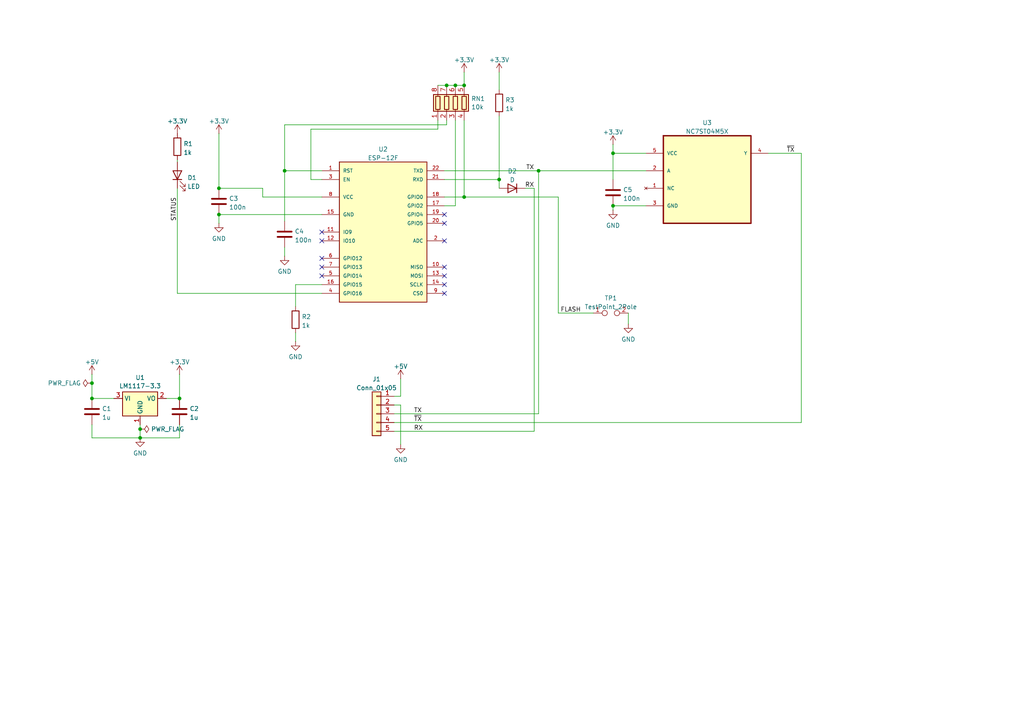
<source format=kicad_sch>
(kicad_sch (version 20250114) (generator "eeschema") (generator_version "9.0")
  (paper "A4")
  (lib_symbols
    (symbol "Connector:TestPoint_2Pole" (pin_names (offset 0.762) (hide yes))
      (property "Reference" "TP" (at 0 1.524 0))
      (property "Value" "TestPoint_2Pole" (at 0 -1.778 0))
      (symbol "TestPoint_2Pole_0_1"
        (circle (center -1.778 0) (radius 0.762))
        (circle (center 1.778 0) (radius 0.762))
        (pin passive line (at -5.08 0 0) (length 2.54) (name "1") (number "1"))
        (pin passive line (at 5.08 0 180) (length 2.54) (name "2") (number "2"))
      )
    )
    (symbol "Connector_Generic:Conn_01x05" (pin_names (offset 1.016) (hide yes))
      (property "Reference" "J" (at 0 7.62 0))
      (property "Value" "Conn_01x05" (at 0 -7.62 0))
      (symbol "Conn_01x05_1_1"
        (rectangle (start -1.27 6.35) (end 1.27 -6.35) (stroke (width 0.254)) (fill (type background)))
        (rectangle (start -1.27 5.207) (end 0 4.953) (stroke (width 0.1524)))
        (rectangle (start -1.27 2.667) (end 0 2.413) (stroke (width 0.1524)))
        (rectangle (start -1.27 0.127) (end 0 -0.127) (stroke (width 0.1524)))
        (rectangle (start -1.27 -2.413) (end 0 -2.667) (stroke (width 0.1524)))
        (rectangle (start -1.27 -4.953) (end 0 -5.207) (stroke (width 0.1524)))
        (pin passive line (at -5.08 5.08 0) (length 3.81) (name "Pin_1") (number "1"))
        (pin passive line (at -5.08 2.54 0) (length 3.81) (name "Pin_2") (number "2"))
        (pin passive line (at -5.08 0 0) (length 3.81) (name "Pin_3") (number "3"))
        (pin passive line (at -5.08 -2.54 0) (length 3.81) (name "Pin_4") (number "4"))
        (pin passive line (at -5.08 -5.08 0) (length 3.81) (name "Pin_5") (number "5"))
      )
    )
    (symbol "Device:C" (pin_numbers (hide yes)) (pin_names (offset 0.254))
      (property "Reference" "C" (at 0.635 2.54 0))
      (property "Value" "C" (at 0.635 -2.54 0))
      (symbol "C_0_1"
        (polyline (pts (xy -2.032 0.762) (xy 2.032 0.762)) (stroke (width 0.508)))
        (polyline (pts (xy -2.032 -0.762) (xy 2.032 -0.762)) (stroke (width 0.508)))
      )
      (symbol "C_1_1"
        (pin passive line (at 0 3.81 270) (length 2.794) (name "~") (number "1"))
        (pin passive line (at 0 -3.81 90) (length 2.794) (name "~") (number "2"))
      )
    )
    (symbol "Device:D" (pin_numbers (hide yes)) (pin_names (offset 1.016) (hide yes))
      (property "Reference" "D" (at 0 2.54 0))
      (property "Value" "D" (at 0 -2.54 0))
      (symbol "D_0_1"
        (polyline (pts (xy -1.27 1.27) (xy -1.27 -1.27)) (stroke (width 0.254)))
        (polyline (pts (xy 1.27 1.27) (xy 1.27 -1.27) (xy -1.27 0) (xy 1.27 1.27)) (stroke (width 0.254)))
        (polyline (pts (xy 1.27 0) (xy -1.27 0)))
      )
      (symbol "D_1_1"
        (pin passive line (at -3.81 0 0) (length 2.54) (name "K") (number "1"))
        (pin passive line (at 3.81 0 180) (length 2.54) (name "A") (number "2"))
      )
    )
    (symbol "Device:LED" (pin_numbers (hide yes)) (pin_names (offset 1.016) (hide yes))
      (property "Reference" "D" (at 0 2.54 0))
      (property "Value" "LED" (at 0 -2.54 0))
      (symbol "LED_0_1"
        (polyline (pts (xy -3.048 -0.762) (xy -4.572 -2.286) (xy -3.81 -2.286) (xy -4.572 -2.286) (xy -4.572 -1.524)))
        (polyline (pts (xy -1.778 -0.762) (xy -3.302 -2.286) (xy -2.54 -2.286) (xy -3.302 -2.286) (xy -3.302 -1.524)))
        (polyline (pts (xy -1.27 0) (xy 1.27 0)))
        (polyline (pts (xy -1.27 -1.27) (xy -1.27 1.27)) (stroke (width 0.254)))
        (polyline (pts (xy 1.27 -1.27) (xy 1.27 1.27) (xy -1.27 0) (xy 1.27 -1.27)) (stroke (width 0.254)))
      )
      (symbol "LED_1_1"
        (pin passive line (at -3.81 0 0) (length 2.54) (name "K") (number "1"))
        (pin passive line (at 3.81 0 180) (length 2.54) (name "A") (number "2"))
      )
    )
    (symbol "Device:R" (pin_numbers (hide yes)) (pin_names (offset 0))
      (property "Reference" "R" (at 2.032 0 90))
      (property "Value" "R" (at 0 0 90))
      (symbol "R_0_1"
        (rectangle (start -1.016 -2.54) (end 1.016 2.54) (stroke (width 0.254)))
      )
      (symbol "R_1_1"
        (pin passive line (at 0 3.81 270) (length 1.27) (name "~") (number "1"))
        (pin passive line (at 0 -3.81 90) (length 1.27) (name "~") (number "2"))
      )
    )
    (symbol "Device:R_Pack04" (pin_names (offset 0) (hide yes))
      (property "Reference" "RN" (at -7.62 0 90))
      (property "Value" "R_Pack04" (at 5.08 0 90))
      (symbol "R_Pack04_0_1"
        (rectangle (start -6.35 -2.413) (end 3.81 2.413) (stroke (width 0.254)) (fill (type background)))
        (rectangle (start -5.715 1.905) (end -4.445 -1.905) (stroke (width 0.254)))
        (polyline (pts (xy -5.08 1.905) (xy -5.08 2.54)))
        (polyline (pts (xy -5.08 -2.54) (xy -5.08 -1.905)))
        (rectangle (start -3.175 1.905) (end -1.905 -1.905) (stroke (width 0.254)))
        (polyline (pts (xy -2.54 1.905) (xy -2.54 2.54)))
        (polyline (pts (xy -2.54 -2.54) (xy -2.54 -1.905)))
        (rectangle (start -0.635 1.905) (end 0.635 -1.905) (stroke (width 0.254)))
        (polyline (pts (xy 0 1.905) (xy 0 2.54)))
        (polyline (pts (xy 0 -2.54) (xy 0 -1.905)))
        (rectangle (start 1.905 1.905) (end 3.175 -1.905) (stroke (width 0.254)))
        (polyline (pts (xy 2.54 1.905) (xy 2.54 2.54)))
        (polyline (pts (xy 2.54 -2.54) (xy 2.54 -1.905)))
      )
      (symbol "R_Pack04_1_1"
        (pin passive line (at -5.08 5.08 270) (length 2.54) (name "R1.2") (number "8"))
        (pin passive line (at -5.08 -5.08 90) (length 2.54) (name "R1.1") (number "1"))
        (pin passive line (at -2.54 5.08 270) (length 2.54) (name "R2.2") (number "7"))
        (pin passive line (at -2.54 -5.08 90) (length 2.54) (name "R2.1") (number "2"))
        (pin passive line (at 0 5.08 270) (length 2.54) (name "R3.2") (number "6"))
        (pin passive line (at 0 -5.08 90) (length 2.54) (name "R3.1") (number "3"))
        (pin passive line (at 2.54 5.08 270) (length 2.54) (name "R4.2") (number "5"))
        (pin passive line (at 2.54 -5.08 90) (length 2.54) (name "R4.1") (number "4"))
      )
    )
    (symbol "ESP-12F:ESP-12F" (pin_names (offset 1.016))
      (property "Reference" "U" (at -12.7254 22.9057 0))
      (property "Value" "ESP-12F" (at -12.7237 -22.9026 0))
      (symbol "ESP-12F_0_0"
        (rectangle (start -12.7 -20.32) (end 12.7 20.32) (stroke (width 0.254)) (fill (type background)))
        (pin bidirectional line (at -17.78 17.78 0) (length 5.08) (name "RST") (number "1"))
        (pin bidirectional line (at -17.78 15.24 0) (length 5.08) (name "EN") (number "3"))
        (pin bidirectional line (at -17.78 0 0) (length 5.08) (name "IO9") (number "11"))
        (pin bidirectional line (at -17.78 -2.54 0) (length 5.08) (name "IO10") (number "12"))
        (pin bidirectional line (at -17.78 -7.62 0) (length 5.08) (name "GPIO12") (number "6"))
        (pin bidirectional line (at -17.78 -10.16 0) (length 5.08) (name "GPIO13") (number "7"))
        (pin bidirectional line (at -17.78 -12.7 0) (length 5.08) (name "GPIO14") (number "5"))
        (pin bidirectional line (at -17.78 -15.24 0) (length 5.08) (name "GPIO15") (number "16"))
        (pin bidirectional line (at -17.78 -17.78 0) (length 5.08) (name "GPIO16") (number "4"))
        (pin bidirectional line (at 17.78 17.78 180) (length 5.08) (name "TXD") (number "22"))
        (pin bidirectional line (at 17.78 15.24 180) (length 5.08) (name "RXD") (number "21"))
        (pin bidirectional line (at 17.78 10.16 180) (length 5.08) (name "GPIO0") (number "18"))
        (pin bidirectional line (at 17.78 7.62 180) (length 5.08) (name "GPIO2") (number "17"))
        (pin bidirectional line (at 17.78 5.08 180) (length 5.08) (name "GPIO4") (number "19"))
        (pin bidirectional line (at 17.78 2.54 180) (length 5.08) (name "GPIO5") (number "20"))
        (pin bidirectional line (at 17.78 -2.54 180) (length 5.08) (name "ADC") (number "2"))
        (pin bidirectional line (at 17.78 -10.16 180) (length 5.08) (name "MISO") (number "10"))
        (pin bidirectional line (at 17.78 -12.7 180) (length 5.08) (name "MOSI") (number "13"))
        (pin bidirectional line (at 17.78 -15.24 180) (length 5.08) (name "SCLK") (number "14"))
        (pin bidirectional line (at 17.78 -17.78 180) (length 5.08) (name "CS0") (number "9"))
      )
      (symbol "ESP-12F_1_0"
        (pin power_in line (at -17.78 10.16 0) (length 5.08) (name "VCC") (number "8"))
        (pin power_in line (at -17.78 5.08 0) (length 5.08) (name "GND") (number "15"))
      )
    )
    (symbol "NC7ST04M5X:NC7ST04M5X" (pin_names (offset 1.016))
      (property "Reference" "U" (at -5.2876 12.4563 0))
      (property "Value" "NC7ST04M5X" (at -4.3196 -19.3366 0))
      (symbol "NC7ST04M5X_0_0"
        (rectangle (start -12.7 -15.24) (end 12.7 10.16) (stroke (width 0.4064)) (fill (type background)))
        (pin power_in line (at -17.78 5.08 0) (length 5.08) (name "VCC") (number "5"))
        (pin input line (at -17.78 0 0) (length 5.08) (name "A") (number "2"))
        (pin no_connect line (at -17.78 -5.08 0) (length 5.08) (name "NC") (number "1"))
        (pin passive line (at -17.78 -10.16 0) (length 5.08) (name "GND") (number "3"))
        (pin output line (at 17.78 5.08 180) (length 5.08) (name "Y") (number "4"))
      )
    )
    (symbol "Regulator_Linear:AMS1117-3.3"
      (property "Reference" "U" (at -3.81 3.175 0))
      (property "Value" "AMS1117-3.3" (at 0 3.175 0))
      (symbol "AMS1117-3.3_0_1"
        (rectangle (start -5.08 -5.08) (end 5.08 1.905) (stroke (width 0.254)) (fill (type background)))
      )
      (symbol "AMS1117-3.3_1_1"
        (pin power_in line (at -7.62 0 0) (length 2.54) (name "VI") (number "3"))
        (pin power_in line (at 0 -7.62 90) (length 2.54) (name "GND") (number "1"))
        (pin power_out line (at 7.62 0 180) (length 2.54) (name "VO") (number "2"))
      )
    )
    (symbol "power:+3.3V" (power) (pin_numbers (hide yes)) (pin_names (offset 0) (hide yes))
      (property "Value" "+3.3V" (at 0 3.556 0))
      (symbol "+3.3V_0_1"
        (polyline (pts (xy -0.762 1.27) (xy 0 2.54)))
        (polyline (pts (xy 0 2.54) (xy 0.762 1.27)))
        (polyline (pts (xy 0 0) (xy 0 2.54)))
      )
      (symbol "+3.3V_1_1"
        (pin power_in line (at 0 0 90) (length 0) (name "~") (number "1"))
      )
    )
    (symbol "power:+5V" (power) (pin_numbers (hide yes)) (pin_names (offset 0) (hide yes))
      (property "Value" "+5V" (at 0 3.556 0))
      (symbol "+5V_0_1"
        (polyline (pts (xy -0.762 1.27) (xy 0 2.54)))
        (polyline (pts (xy 0 2.54) (xy 0.762 1.27)))
        (polyline (pts (xy 0 0) (xy 0 2.54)))
      )
      (symbol "+5V_1_1"
        (pin power_in line (at 0 0 90) (length 0) (name "~") (number "1"))
      )
    )
    (symbol "power:GND" (power) (pin_numbers (hide yes)) (pin_names (offset 0) (hide yes))
      (property "Value" "GND" (at 0 -3.81 0))
      (symbol "GND_0_1"
        (polyline (pts (xy 0 0) (xy 0 -1.27) (xy 1.27 -1.27) (xy 0 -2.54) (xy -1.27 -1.27) (xy 0 -1.27)))
      )
      (symbol "GND_1_1"
        (pin power_in line (at 0 0 270) (length 0) (name "~") (number "1"))
      )
    )
    (symbol "power:PWR_FLAG" (power) (pin_numbers (hide yes)) (pin_names (offset 0) (hide yes))
      (property "Value" "PWR_FLAG" (at 0 3.81 0))
      (symbol "PWR_FLAG_0_0"
        (pin power_out line (at 0 0 90) (length 0) (name "~") (number "1"))
      )
      (symbol "PWR_FLAG_0_1"
        (polyline (pts (xy 0 0) (xy 0 1.27) (xy -1.016 1.905) (xy 0 2.54) (xy 1.016 1.905) (xy 0 1.27)))
      )
    )
  )
  (junction (at 156.21 49.53))
  (junction (at 134.62 57.15))
  (junction (at 63.5 62.23))
  (junction (at 134.62 24.765))
  (junction (at 177.8 44.45))
  (junction (at 82.55 49.53))
  (junction (at 52.07 115.57))
  (junction (at 132.08 24.765))
  (junction (at 26.67 111.125))
  (junction (at 63.5 54.61))
  (junction (at 177.8 59.69))
  (junction (at 26.67 115.57))
  (junction (at 40.64 124.46))
  (junction (at 144.78 52.07))
  (junction (at 40.64 127))
  (junction (at 129.54 24.765))
  (no_connect (at 93.345 67.31))
  (no_connect (at 93.345 77.47))
  (no_connect (at 128.905 69.85))
  (no_connect (at 128.905 62.23))
  (no_connect (at 128.905 82.55))
  (no_connect (at 93.345 69.85))
  (no_connect (at 128.905 80.01))
  (no_connect (at 93.345 80.01))
  (no_connect (at 128.905 77.47))
  (no_connect (at 128.905 64.77))
  (no_connect (at 128.905 85.09))
  (no_connect (at 93.345 74.93))
  (wire (pts (xy 114.3 125.095) (xy 154.94 125.095)))
  (wire (pts (xy 51.435 54.61) (xy 51.435 85.09)))
  (wire (pts (xy 82.55 49.53) (xy 93.345 49.53)))
  (wire (pts (xy 232.41 122.555) (xy 232.41 44.45)))
  (wire (pts (xy 26.67 111.125) (xy 26.67 115.57)))
  (wire (pts (xy 85.725 96.52) (xy 85.725 99.06)))
  (wire (pts (xy 82.55 36.195) (xy 129.54 36.195)))
  (wire (pts (xy 156.21 120.015) (xy 156.21 49.53)))
  (wire (pts (xy 114.3 114.935) (xy 116.205 114.935)))
  (wire (pts (xy 26.67 108.585) (xy 26.67 111.125)))
  (wire (pts (xy 177.8 59.69) (xy 177.8 60.96)))
  (wire (pts (xy 134.62 20.955) (xy 134.62 24.765)))
  (wire (pts (xy 156.21 49.53) (xy 187.325 49.53)))
  (wire (pts (xy 90.17 37.465) (xy 127 37.465)))
  (wire (pts (xy 90.17 52.07) (xy 93.345 52.07)))
  (wire (pts (xy 182.245 90.805) (xy 182.245 93.98)))
  (wire (pts (xy 52.07 127) (xy 52.07 123.19)))
  (wire (pts (xy 127 34.925) (xy 127 37.465)))
  (wire (pts (xy 144.78 52.07) (xy 144.78 54.61)))
  (wire (pts (xy 93.345 82.55) (xy 85.725 82.55)))
  (wire (pts (xy 63.5 62.23) (xy 63.5 64.77)))
  (wire (pts (xy 85.725 82.55) (xy 85.725 88.9)))
  (wire (pts (xy 82.55 71.755) (xy 82.55 74.295)))
  (wire (pts (xy 154.94 125.095) (xy 154.94 54.61)))
  (wire (pts (xy 177.8 52.07) (xy 177.8 44.45)))
  (wire (pts (xy 114.3 120.015) (xy 156.21 120.015)))
  (wire (pts (xy 40.64 123.19) (xy 40.64 124.46)))
  (wire (pts (xy 134.62 57.15) (xy 161.925 57.15)))
  (wire (pts (xy 51.435 85.09) (xy 93.345 85.09)))
  (wire (pts (xy 128.905 59.69) (xy 132.08 59.69)))
  (wire (pts (xy 177.8 41.91) (xy 177.8 44.45)))
  (wire (pts (xy 222.885 44.45) (xy 232.41 44.45)))
  (wire (pts (xy 90.17 37.465) (xy 90.17 52.07)))
  (wire (pts (xy 132.08 24.765) (xy 134.62 24.765)))
  (wire (pts (xy 76.2 57.15) (xy 93.345 57.15)))
  (wire (pts (xy 26.67 115.57) (xy 33.02 115.57)))
  (wire (pts (xy 144.78 33.655) (xy 144.78 52.07)))
  (wire (pts (xy 82.55 36.195) (xy 82.55 49.53)))
  (wire (pts (xy 76.2 54.61) (xy 76.2 57.15)))
  (wire (pts (xy 93.345 62.23) (xy 63.5 62.23)))
  (wire (pts (xy 40.64 127) (xy 52.07 127)))
  (wire (pts (xy 161.925 57.15) (xy 161.925 90.805)))
  (wire (pts (xy 26.67 127) (xy 26.67 123.19)))
  (wire (pts (xy 134.62 34.925) (xy 134.62 57.15)))
  (wire (pts (xy 129.54 34.925) (xy 129.54 36.195)))
  (wire (pts (xy 48.26 115.57) (xy 52.07 115.57)))
  (wire (pts (xy 127 24.765) (xy 129.54 24.765)))
  (wire (pts (xy 82.55 49.53) (xy 82.55 64.135)))
  (wire (pts (xy 129.54 24.765) (xy 132.08 24.765)))
  (wire (pts (xy 144.78 20.955) (xy 144.78 26.035)))
  (wire (pts (xy 152.4 54.61) (xy 154.94 54.61)))
  (wire (pts (xy 128.905 52.07) (xy 144.78 52.07)))
  (wire (pts (xy 114.3 122.555) (xy 232.41 122.555)))
  (wire (pts (xy 128.905 57.15) (xy 134.62 57.15)))
  (wire (pts (xy 116.205 117.475) (xy 116.205 128.905)))
  (wire (pts (xy 40.64 124.46) (xy 40.64 127)))
  (wire (pts (xy 63.5 54.61) (xy 76.2 54.61)))
  (wire (pts (xy 177.8 59.69) (xy 187.325 59.69)))
  (wire (pts (xy 161.925 90.805) (xy 172.085 90.805)))
  (wire (pts (xy 132.08 34.925) (xy 132.08 59.69)))
  (wire (pts (xy 114.3 117.475) (xy 116.205 117.475)))
  (wire (pts (xy 128.905 49.53) (xy 156.21 49.53)))
  (wire (pts (xy 40.64 127) (xy 26.67 127)))
  (wire (pts (xy 51.435 46.355) (xy 51.435 46.99)))
  (wire (pts (xy 52.07 108.585) (xy 52.07 115.57)))
  (wire (pts (xy 63.5 38.735) (xy 63.5 54.61)))
  (wire (pts (xy 116.205 109.855) (xy 116.205 114.935)))
  (wire (pts (xy 177.8 44.45) (xy 187.325 44.45)))
  (label "~{TX}" (at 230.505 44.45 180))
  (label "STATUS" (at 51.435 57.15 270))
  (label "TX" (at 154.94 49.53 180))
  (label "RX" (at 120.015 125.095 0))
  (label "FLASH" (at 162.56 90.805 0))
  (label "~{TX}" (at 120.015 122.555 0))
  (label "RX" (at 154.94 54.61 180))
  (label "TX" (at 120.015 120.015 0))
  (symbol (lib_id "power:GND") (at 40.64 127 0) (unit 1)
    (property "Reference" "#PWR02" (effects (hide yes)))
    (property "Value" "GND" (at 40.64 131.4434 0))
    (property "Description" "Power symbol creates a global label with name \"GND\" , ground" (effects (hide yes)))
  )
  (symbol (lib_id "power:+3.3V") (at 63.5 38.735 0) (unit 1)
    (property "Reference" "#PWR05" (effects (hide yes)))
    (property "Value" "+3.3V" (at 63.5 35.1592 0))
    (property "Description" "Power symbol creates a global label with name \"+3.3V\"" (effects (hide yes)))
  )
  (symbol (lib_id "NC7ST04M5X:NC7ST04M5X") (at 205.105 49.53 0) (unit 1)
    (property "Reference" "U3" (at 205.105 35.594 0))
    (property "Value" "NC7ST04M5X" (at 205.105 38.1309 0))
    (property "Footprint" "NC7ST04M5X:SOT95P280X145-5N" (effects (hide yes)))
    (property "Description" "\n                        \n                            Inverter IC 1 Channel - SOT-23-5\n                        \n" (effects (hide yes)))
    (property "MF" "ON Semiconductor" (effects (hide yes)))
    (property "PACKAGE" "SOT-23-5" (effects (hide yes)))
    (property "MPN" "NC7ST04M5X" (effects (hide yes)))
    (property "Price" "None" (effects (hide yes)))
    (property "Package" "SOT-23 Fairchild Semiconductor" (effects (hide yes)))
    (property "OC_FARNELL" "-" (effects (hide yes)))
    (property "SnapEDA_Link" "https://www.snapeda.com/parts/NC7ST04M5X/Onsemi/view-part/?ref=snap" (effects (hide yes)))
    (property "MP" "NC7ST04M5X" (effects (hide yes)))
    (property "SUPPLIER" "Fairchild" (effects (hide yes)))
    (property "OC_NEWARK" "38C7556" (effects (hide yes)))
    (property "Availability" "In Stock" (effects (hide yes)))
    (property "Check_prices" "https://www.snapeda.com/parts/NC7ST04M5X/Onsemi/view-part/?ref=eda" (effects (hide yes)))
    (property "Description_1" "Inverter IC 1 Channel - SOT-23-5" (effects (hide yes)))
  )
  (symbol (lib_id "Device:C") (at 82.55 67.945 0) (unit 1)
    (property "Reference" "C4" (at 85.471 67.1103 0) (effects (justify left)))
    (property "Value" "100n" (at 85.471 69.6472 0) (effects (justify left)))
    (property "Footprint" "Capacitor_SMD:C_0805_2012Metric" (effects (hide yes)))
    (property "Description" "Unpolarized capacitor" (effects (hide yes)))
  )
  (symbol (lib_id "Connector:TestPoint_2Pole") (at 177.165 90.805 0) (unit 1)
    (property "Reference" "TP1" (at 177.165 86.4702 0))
    (property "Value" "TestPoint_2Pole" (at 177.165 89.0071 0))
    (property "Footprint" "Jumper:SolderJumper-2_P1.3mm_Open_RoundedPad1.0x1.5mm" (effects (hide yes)))
    (property "Description" "2-polar test point" (effects (hide yes)))
  )
  (symbol (lib_id "Regulator_Linear:AMS1117-3.3") (at 40.64 115.57 0) (unit 1)
    (property "Reference" "U1" (at 40.64 109.5205 0))
    (property "Value" "LM1117-3.3" (at 40.64 111.9448 0))
    (property "Footprint" "Package_TO_SOT_SMD:SOT-223-3_TabPin2" (effects (hide yes)))
    (property "Datasheet" "http://www.advanced-monolithic.com/pdf/ds1117.pdf" (effects (hide yes)))
    (property "Description" "1A Low Dropout regulator, positive, 3.3V fixed output, SOT-223" (effects (hide yes)))
  )
  (symbol (lib_id "Device:R") (at 85.725 92.71 0) (unit 1)
    (property "Reference" "R2" (at 87.503 91.8753 0) (effects (justify left)))
    (property "Value" "1k" (at 87.503 94.4122 0) (effects (justify left)))
    (property "Footprint" "Resistor_SMD:R_0805_2012Metric" (effects (hide yes)))
    (property "Description" "Resistor" (effects (hide yes)))
  )
  (symbol (lib_id "power:+5V") (at 116.205 109.855 0) (unit 1)
    (property "Reference" "#PWR09" (effects (hide yes)))
    (property "Value" "+5V" (at 116.205 106.2792 0))
    (property "Description" "Power symbol creates a global label with name \"+5V\"" (effects (hide yes)))
  )
  (symbol (lib_id "power:GND") (at 182.245 93.98 0) (unit 1)
    (property "Reference" "#PWR015" (effects (hide yes)))
    (property "Value" "GND" (at 182.245 98.4234 0))
    (property "Description" "Power symbol creates a global label with name \"GND\" , ground" (effects (hide yes)))
  )
  (symbol (lib_id "Device:LED") (at 51.435 50.8 90) (unit 1)
    (property "Reference" "D1" (at 54.356 51.5528 90) (effects (justify right)))
    (property "Value" "LED" (at 54.356 54.0897 90) (effects (justify right)))
    (property "Footprint" "LED_SMD:LED_0805_2012Metric" (effects (hide yes)))
    (property "Description" "Light emitting diode" (effects (hide yes)))
    (property "Sim.Pins" "1=K 2=A" (effects (hide yes)))
  )
  (symbol (lib_id "Device:C") (at 26.67 119.38 0) (unit 1)
    (property "Reference" "C1" (at 29.591 118.5453 0) (effects (justify left)))
    (property "Value" "1u" (at 29.591 121.0822 0) (effects (justify left)))
    (property "Footprint" "Capacitor_SMD:C_0805_2012Metric" (effects (hide yes)))
    (property "Description" "Unpolarized capacitor" (effects (hide yes)))
  )
  (symbol (lib_id "power:+3.3V") (at 52.07 108.585 0) (unit 1)
    (property "Reference" "#PWR04" (effects (hide yes)))
    (property "Value" "+3.3V" (at 52.07 105.0092 0))
    (property "Description" "Power symbol creates a global label with name \"+3.3V\"" (effects (hide yes)))
  )
  (symbol (lib_id "ESP-12F:ESP-12F") (at 111.125 67.31 0) (unit 1)
    (property "Reference" "U2" (at 111.125 43.2902 0))
    (property "Value" "ESP-12F" (at 111.125 45.8271 0))
    (property "Footprint" "ESP-12F:ESP-12F" (effects (hide yes)))
    (property "Description" "WiFi Module" (effects (hide yes)))
    (property "MF" "AI-Thinker" (effects (hide yes)))
    (property "Package" "Package" (effects (hide yes)))
    (property "Price" "None" (effects (hide yes)))
    (property "SnapEDA_Link" "https://www.snapeda.com/parts/ESP-12F/AI-Thinker/view-part/?ref=snap" (effects (hide yes)))
    (property "MP" "ESP-12F" (effects (hide yes)))
    (property "Availability" "Not in stock" (effects (hide yes)))
    (property "Check_prices" "https://www.snapeda.com/parts/ESP-12F/AI-Thinker/view-part/?ref=eda" (effects (hide yes)))
    (property "Description_1" "WiFi Module" (effects (hide yes)))
  )
  (symbol (lib_id "power:GND") (at 85.725 99.06 0) (unit 1)
    (property "Reference" "#PWR08" (effects (hide yes)))
    (property "Value" "GND" (at 85.725 103.5034 0))
    (property "Description" "Power symbol creates a global label with name \"GND\" , ground" (effects (hide yes)))
  )
  (symbol (lib_id "Device:R_Pack04") (at 132.08 29.845 0) (unit 1)
    (property "Reference" "RN1" (at 136.652 28.6328 0) (effects (justify left)))
    (property "Value" "10k" (at 136.652 31.0571 0) (effects (justify left)))
    (property "Footprint" "Resistor_SMD:R_Array_Convex_4x0612" (effects (hide yes)))
    (property "Description" "4 resistor network, parallel topology" (effects (hide yes)))
  )
  (symbol (lib_id "power:PWR_FLAG") (at 26.67 111.125 90) (unit 1)
    (property "Reference" "#FLG01" (effects (hide yes)))
    (property "Value" "PWR_FLAG" (at 23.4951 111.125 90) (effects (justify left)))
    (property "Description" "Special symbol for telling ERC where power comes from" (effects (hide yes)))
  )
  (symbol (lib_id "power:GND") (at 116.205 128.905 0) (unit 1)
    (property "Reference" "#PWR010" (effects (hide yes)))
    (property "Value" "GND" (at 116.205 133.3484 0))
    (property "Description" "Power symbol creates a global label with name \"GND\" , ground" (effects (hide yes)))
  )
  (symbol (lib_id "Device:C") (at 177.8 55.88 0) (unit 1)
    (property "Reference" "C5" (at 180.721 55.0453 0) (effects (justify left)))
    (property "Value" "100n" (at 180.721 57.5822 0) (effects (justify left)))
    (property "Footprint" "Capacitor_SMD:C_0805_2012Metric" (effects (hide yes)))
    (property "Description" "Unpolarized capacitor" (effects (hide yes)))
  )
  (symbol (lib_id "power:PWR_FLAG") (at 40.64 124.46 270) (unit 1)
    (property "Reference" "#FLG03" (effects (hide yes)))
    (property "Value" "PWR_FLAG" (at 43.815 124.46 90) (effects (justify left)))
    (property "Description" "Special symbol for telling ERC where power comes from" (effects (hide yes)))
  )
  (symbol (lib_id "Connector_Generic:Conn_01x05") (at 109.22 120.015 0) (mirror y) (unit 1)
    (property "Reference" "J1" (at 109.22 109.9652 0))
    (property "Value" "Conn_01x05" (at 109.22 112.5021 0))
    (property "Footprint" "Connector_Wire:SolderWire-0.5sqmm_1x05_P4.6mm_D0.9mm_OD2.1mm" (effects (hide yes)))
    (property "Description" "Generic connector, single row, 01x05, script generated (kicad-library-utils/schlib/autogen/connector/)" (effects (hide yes)))
  )
  (symbol (lib_id "power:+5V") (at 26.67 108.585 0) (unit 1)
    (property "Reference" "#PWR01" (effects (hide yes)))
    (property "Value" "+5V" (at 26.67 105.0092 0))
    (property "Description" "Power symbol creates a global label with name \"+5V\"" (effects (hide yes)))
  )
  (symbol (lib_id "Device:C") (at 63.5 58.42 0) (unit 1)
    (property "Reference" "C3" (at 66.421 57.5853 0) (effects (justify left)))
    (property "Value" "100n" (at 66.421 60.1222 0) (effects (justify left)))
    (property "Footprint" "Capacitor_SMD:C_0805_2012Metric" (effects (hide yes)))
    (property "Description" "Unpolarized capacitor" (effects (hide yes)))
  )
  (symbol (lib_id "power:+3.3V") (at 144.78 20.955 0) (unit 1)
    (property "Reference" "#PWR012" (effects (hide yes)))
    (property "Value" "+3.3V" (at 144.78 17.3792 0))
    (property "Description" "Power symbol creates a global label with name \"+3.3V\"" (effects (hide yes)))
  )
  (symbol (lib_id "power:GND") (at 177.8 60.96 0) (unit 1)
    (property "Reference" "#PWR014" (effects (hide yes)))
    (property "Value" "GND" (at 177.8 65.4034 0))
    (property "Description" "Power symbol creates a global label with name \"GND\" , ground" (effects (hide yes)))
  )
  (symbol (lib_id "power:+3.3V") (at 134.62 20.955 0) (unit 1)
    (property "Reference" "#PWR011" (effects (hide yes)))
    (property "Value" "+3.3V" (at 134.62 17.3792 0))
    (property "Description" "Power symbol creates a global label with name \"+3.3V\"" (effects (hide yes)))
  )
  (symbol (lib_id "power:GND") (at 82.55 74.295 0) (unit 1)
    (property "Reference" "#PWR07" (effects (hide yes)))
    (property "Value" "GND" (at 82.55 78.7384 0))
    (property "Description" "Power symbol creates a global label with name \"GND\" , ground" (effects (hide yes)))
  )
  (symbol (lib_id "Device:C") (at 52.07 119.38 0) (unit 1)
    (property "Reference" "C2" (at 54.991 118.5453 0) (effects (justify left)))
    (property "Value" "1u" (at 54.991 121.0822 0) (effects (justify left)))
    (property "Footprint" "Capacitor_SMD:C_0805_2012Metric" (effects (hide yes)))
    (property "Description" "Unpolarized capacitor" (effects (hide yes)))
  )
  (symbol (lib_id "Device:R") (at 144.78 29.845 0) (unit 1)
    (property "Reference" "R3" (at 146.558 29.0103 0) (effects (justify left)))
    (property "Value" "1k" (at 146.558 31.5472 0) (effects (justify left)))
    (property "Footprint" "Resistor_SMD:R_0805_2012Metric" (effects (hide yes)))
    (property "Description" "Resistor" (effects (hide yes)))
  )
  (symbol (lib_id "Device:D") (at 148.59 54.61 180) (unit 1)
    (property "Reference" "D2" (at 148.59 49.6402 0))
    (property "Value" "D" (at 148.59 52.1771 0))
    (property "Footprint" "Diode_SMD:D_0805_2012Metric" (effects (hide yes)))
    (property "Description" "Diode" (effects (hide yes)))
    (property "Sim.Device" "D" (effects (hide yes)))
    (property "Sim.Pins" "1=K 2=A" (effects (hide yes)))
  )
  (symbol (lib_id "power:GND") (at 63.5 64.77 0) (unit 1)
    (property "Reference" "#PWR06" (effects (hide yes)))
    (property "Value" "GND" (at 63.5 69.2134 0))
    (property "Description" "Power symbol creates a global label with name \"GND\" , ground" (effects (hide yes)))
  )
  (symbol (lib_id "power:+3.3V") (at 177.8 41.91 0) (unit 1)
    (property "Reference" "#PWR013" (effects (hide yes)))
    (property "Value" "+3.3V" (at 177.8 38.3342 0))
    (property "Description" "Power symbol creates a global label with name \"+3.3V\"" (effects (hide yes)))
  )
  (symbol (lib_id "Device:R") (at 51.435 42.545 0) (unit 1)
    (property "Reference" "R1" (at 53.213 41.7103 0) (effects (justify left)))
    (property "Value" "1k" (at 53.213 44.2472 0) (effects (justify left)))
    (property "Footprint" "Resistor_SMD:R_0805_2012Metric" (effects (hide yes)))
    (property "Description" "Resistor" (effects (hide yes)))
  )
  (symbol (lib_id "power:+3.3V") (at 51.435 38.735 0) (unit 1)
    (property "Reference" "#PWR03" (effects (hide yes)))
    (property "Value" "+3.3V" (at 51.435 35.1592 0))
    (property "Description" "Power symbol creates a global label with name \"+3.3V\"" (effects (hide yes)))
  )
)
</source>
